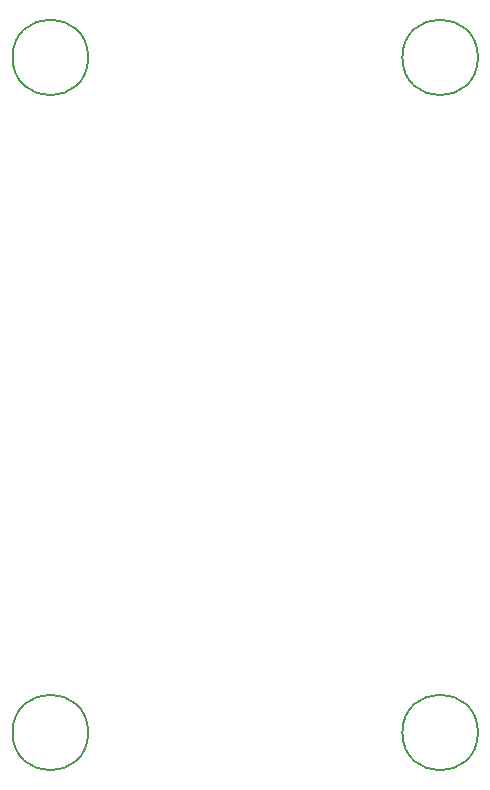
<source format=gbr>
%TF.GenerationSoftware,KiCad,Pcbnew,7.0.6*%
%TF.CreationDate,2023-12-23T00:17:47+09:00*%
%TF.ProjectId,MainBoard_ATMega2560Pro_20230629,4d61696e-426f-4617-9264-5f41544d6567,rev?*%
%TF.SameCoordinates,Original*%
%TF.FileFunction,Other,Comment*%
%FSLAX46Y46*%
G04 Gerber Fmt 4.6, Leading zero omitted, Abs format (unit mm)*
G04 Created by KiCad (PCBNEW 7.0.6) date 2023-12-23 00:17:47*
%MOMM*%
%LPD*%
G01*
G04 APERTURE LIST*
%ADD10C,0.150000*%
G04 APERTURE END LIST*
D10*
%TO.C,REF\u002A\u002A*%
X121440000Y-67708707D02*
G75*
G03*
X121440000Y-67708707I-3200000J0D01*
G01*
X121440000Y-124866345D02*
G75*
G03*
X121440000Y-124866345I-3200000J0D01*
G01*
X88440000Y-124866345D02*
G75*
G03*
X88440000Y-124866345I-3200000J0D01*
G01*
X88440000Y-67708669D02*
G75*
G03*
X88440000Y-67708669I-3200000J0D01*
G01*
%TD*%
M02*

</source>
